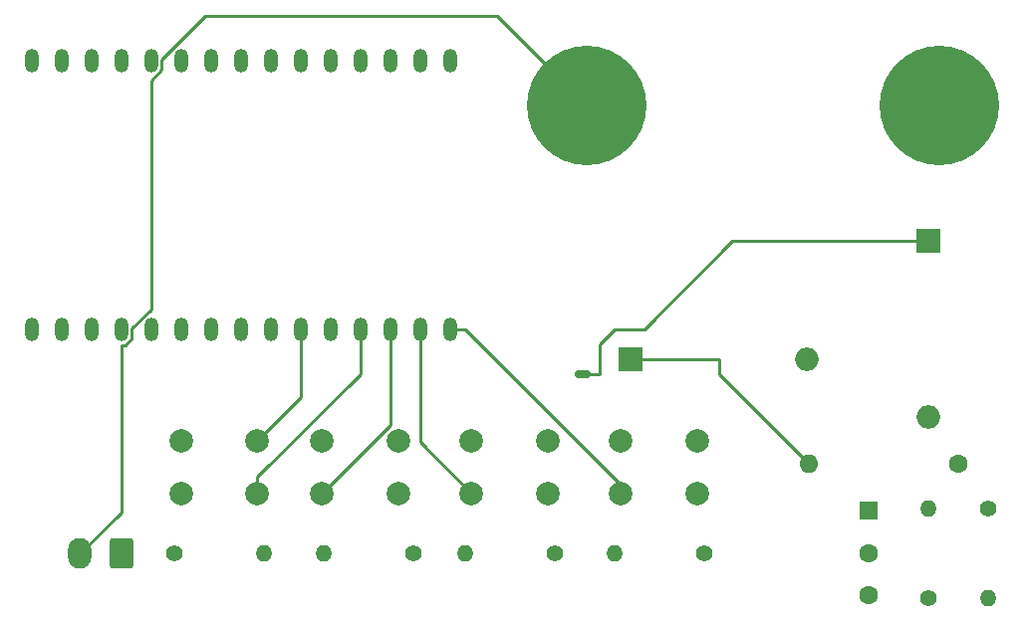
<source format=gbr>
%TF.GenerationSoftware,KiCad,Pcbnew,(6.0.7)*%
%TF.CreationDate,2023-01-15T16:16:41-05:00*%
%TF.ProjectId,timer,74696d65-722e-46b6-9963-61645f706362,rev?*%
%TF.SameCoordinates,Original*%
%TF.FileFunction,Copper,L2,Bot*%
%TF.FilePolarity,Positive*%
%FSLAX46Y46*%
G04 Gerber Fmt 4.6, Leading zero omitted, Abs format (unit mm)*
G04 Created by KiCad (PCBNEW (6.0.7)) date 2023-01-15 16:16:41*
%MOMM*%
%LPD*%
G01*
G04 APERTURE LIST*
G04 Aperture macros list*
%AMRoundRect*
0 Rectangle with rounded corners*
0 $1 Rounding radius*
0 $2 $3 $4 $5 $6 $7 $8 $9 X,Y pos of 4 corners*
0 Add a 4 corners polygon primitive as box body*
4,1,4,$2,$3,$4,$5,$6,$7,$8,$9,$2,$3,0*
0 Add four circle primitives for the rounded corners*
1,1,$1+$1,$2,$3*
1,1,$1+$1,$4,$5*
1,1,$1+$1,$6,$7*
1,1,$1+$1,$8,$9*
0 Add four rect primitives between the rounded corners*
20,1,$1+$1,$2,$3,$4,$5,0*
20,1,$1+$1,$4,$5,$6,$7,0*
20,1,$1+$1,$6,$7,$8,$9,0*
20,1,$1+$1,$8,$9,$2,$3,0*%
G04 Aperture macros list end*
%TA.AperFunction,ComponentPad*%
%ADD10RoundRect,0.250000X0.750000X1.050000X-0.750000X1.050000X-0.750000X-1.050000X0.750000X-1.050000X0*%
%TD*%
%TA.AperFunction,ComponentPad*%
%ADD11O,2.000000X2.600000*%
%TD*%
%TA.AperFunction,ComponentPad*%
%ADD12O,1.200000X2.000000*%
%TD*%
%TA.AperFunction,ComponentPad*%
%ADD13C,2.000000*%
%TD*%
%TA.AperFunction,SMDPad,CuDef*%
%ADD14RoundRect,0.150000X-0.512500X-0.150000X0.512500X-0.150000X0.512500X0.150000X-0.512500X0.150000X0*%
%TD*%
%TA.AperFunction,ComponentPad*%
%ADD15C,1.600000*%
%TD*%
%TA.AperFunction,ComponentPad*%
%ADD16O,1.600000X1.600000*%
%TD*%
%TA.AperFunction,ComponentPad*%
%ADD17R,2.000000X2.000000*%
%TD*%
%TA.AperFunction,ComponentPad*%
%ADD18O,2.000000X2.000000*%
%TD*%
%TA.AperFunction,ComponentPad*%
%ADD19C,10.160000*%
%TD*%
%TA.AperFunction,ComponentPad*%
%ADD20O,1.400000X1.400000*%
%TD*%
%TA.AperFunction,ComponentPad*%
%ADD21C,1.400000*%
%TD*%
%TA.AperFunction,ComponentPad*%
%ADD22RoundRect,0.250000X-0.550000X0.550000X-0.550000X-0.550000X0.550000X-0.550000X0.550000X0.550000X0*%
%TD*%
%TA.AperFunction,Conductor*%
%ADD23C,0.250000*%
%TD*%
G04 APERTURE END LIST*
D10*
%TO.P,LS1,1,1*%
%TO.N,Net-(LS1-Pad1)*%
X130480000Y-102540000D03*
D11*
%TO.P,LS1,2,2*%
%TO.N,Net-(BT1-Pad1)*%
X126980000Y-102540000D03*
%TD*%
D12*
%TO.P,v1,30,D0*%
%TO.N,Net-(R5-Pad2)*%
X158420000Y-83490000D03*
%TO.P,v1,29,D1*%
%TO.N,Net-(R3-Pad2)*%
X155880000Y-83490000D03*
%TO.P,v1,28,D2*%
%TO.N,Net-(R2-Pad2)*%
X153340000Y-83490000D03*
%TO.P,v1,27,D3*%
%TO.N,Net-(R1-Pad2)*%
X150800000Y-83490000D03*
%TO.P,v1,26,D4*%
%TO.N,Net-(R6-Pad2)*%
X148260000Y-83490000D03*
%TO.P,v1,25,3V3*%
%TO.N,Net-(SW1-Pad1)*%
X145720000Y-83490000D03*
%TO.P,v1,24,GND*%
%TO.N,Net-(BT1-Pad2)*%
X143180000Y-83490000D03*
%TO.P,v1,23,D5*%
%TO.N,unconnected-(v1-Pad23)*%
X140640000Y-83490000D03*
%TO.P,v1,22,D6*%
%TO.N,unconnected-(v1-Pad22)*%
X138100000Y-83490000D03*
%TO.P,v1,21,D7*%
%TO.N,unconnected-(v1-Pad21)*%
X135560000Y-83490000D03*
%TO.P,v1,20,D8*%
%TO.N,unconnected-(v1-Pad20)*%
X133020000Y-83490000D03*
%TO.P,v1,19,RX*%
%TO.N,unconnected-(v1-Pad19)*%
X130480000Y-83490000D03*
%TO.P,v1,18,TX*%
%TO.N,unconnected-(v1-Pad18)*%
X127940000Y-83490000D03*
%TO.P,v1,17,GND*%
%TO.N,unconnected-(v1-Pad17)*%
X125400000Y-83490000D03*
%TO.P,v1,16,3V3*%
%TO.N,unconnected-(v1-Pad16)*%
X122860000Y-83490000D03*
%TO.P,v1,15,VIN*%
%TO.N,unconnected-(v1-Pad15)*%
X122860000Y-60630000D03*
%TO.P,v1,14,GND*%
%TO.N,unconnected-(v1-Pad14)*%
X125400000Y-60630000D03*
%TO.P,v1,13,RST*%
%TO.N,unconnected-(v1-Pad13)*%
X127940000Y-60630000D03*
%TO.P,v1,12,EN*%
%TO.N,unconnected-(v1-Pad12)*%
X130480000Y-60630000D03*
%TO.P,v1,11,3V3*%
%TO.N,unconnected-(v1-Pad11)*%
X133020000Y-60630000D03*
%TO.P,v1,10,GND*%
%TO.N,unconnected-(v1-Pad10)*%
X135560000Y-60630000D03*
%TO.P,v1,9,SK*%
%TO.N,unconnected-(v1-Pad9)*%
X138100000Y-60630000D03*
%TO.P,v1,8,SO*%
%TO.N,unconnected-(v1-Pad8)*%
X140640000Y-60630000D03*
%TO.P,v1,7,SC*%
%TO.N,unconnected-(v1-Pad7)*%
X143180000Y-60630000D03*
%TO.P,v1,6,S1*%
%TO.N,unconnected-(v1-Pad6)*%
X145720000Y-60630000D03*
%TO.P,v1,5,S2*%
%TO.N,unconnected-(v1-Pad5)*%
X148260000Y-60630000D03*
%TO.P,v1,4,S3*%
%TO.N,unconnected-(v1-Pad4)*%
X150800000Y-60630000D03*
%TO.P,v1,3,VV*%
%TO.N,unconnected-(v1-Pad3)*%
X153340000Y-60630000D03*
%TO.P,v1,2,GND*%
%TO.N,unconnected-(v1-Pad2)*%
X155880000Y-60630000D03*
%TO.P,v1,1,A0*%
%TO.N,unconnected-(v1-Pad1)*%
X158420000Y-60630000D03*
%TD*%
D13*
%TO.P,SW2,2,2*%
%TO.N,Net-(R2-Pad2)*%
X154050000Y-97460000D03*
X147550000Y-97460000D03*
%TO.P,SW2,1,1*%
%TO.N,Net-(SW1-Pad1)*%
X154050000Y-92960000D03*
X147550000Y-92960000D03*
%TD*%
%TO.P,SW1,2,2*%
%TO.N,Net-(R1-Pad2)*%
X142060000Y-97460000D03*
X135560000Y-97460000D03*
%TO.P,SW1,1,1*%
%TO.N,Net-(SW1-Pad1)*%
X135560000Y-92960000D03*
X142060000Y-92960000D03*
%TD*%
D14*
%TO.P,U1,5,SW*%
%TO.N,Net-(U1-Pad5)*%
X169717500Y-87300000D03*
%TD*%
D15*
%TO.P,L1,1,1*%
%TO.N,Net-(U1-Pad6)*%
X201600000Y-94920000D03*
D16*
%TO.P,L1,2,2*%
%TO.N,Net-(U1-Pad1)*%
X188900000Y-94920000D03*
%TD*%
D17*
%TO.P,C2,1*%
%TO.N,Net-(U1-Pad1)*%
X173780000Y-86030000D03*
D18*
%TO.P,C2,2*%
%TO.N,Net-(BT1-Pad2)*%
X188780000Y-86030000D03*
%TD*%
%TO.P,C1,2*%
%TO.N,Net-(U1-Pad6)*%
X199060000Y-90990000D03*
D17*
%TO.P,C1,1*%
%TO.N,Net-(U1-Pad5)*%
X199060000Y-75990000D03*
%TD*%
D19*
%TO.P,BT1,1,+*%
%TO.N,Net-(BT1-Pad1)*%
X170090000Y-64440000D03*
%TO.P,BT1,2,-*%
%TO.N,Net-(BT1-Pad2)*%
X200060000Y-64440000D03*
%TD*%
D20*
%TO.P,R6,2*%
%TO.N,Net-(R6-Pad2)*%
X204140000Y-106350000D03*
D21*
%TO.P,R6,1*%
%TO.N,Net-(Q1-Pad1)*%
X204140000Y-98730000D03*
%TD*%
D20*
%TO.P,R4,2*%
%TO.N,Net-(Q1-Pad1)*%
X199060000Y-98730000D03*
D21*
%TO.P,R4,1*%
%TO.N,Net-(BT1-Pad2)*%
X199060000Y-106350000D03*
%TD*%
D20*
%TO.P,R3,2*%
%TO.N,Net-(R3-Pad2)*%
X159690000Y-102540000D03*
D21*
%TO.P,R3,1*%
%TO.N,Net-(BT1-Pad2)*%
X167310000Y-102540000D03*
%TD*%
D13*
%TO.P,SW3,1,1*%
%TO.N,Net-(R3-Pad2)*%
X166750000Y-97460000D03*
X160250000Y-97460000D03*
%TO.P,SW3,2,2*%
%TO.N,Net-(SW1-Pad1)*%
X166750000Y-92960000D03*
X160250000Y-92960000D03*
%TD*%
D15*
%TO.P,Q1,3,S*%
%TO.N,Net-(BT1-Pad2)*%
X193980000Y-106140000D03*
%TO.P,Q1,2,D*%
%TO.N,Net-(LS1-Pad1)*%
X193980000Y-102540000D03*
D22*
%TO.P,Q1,1,G*%
%TO.N,Net-(Q1-Pad1)*%
X193980000Y-98940000D03*
%TD*%
D13*
%TO.P,SW4,1,1*%
%TO.N,Net-(R5-Pad2)*%
X172950000Y-97460000D03*
X179450000Y-97460000D03*
%TO.P,SW4,2,2*%
%TO.N,Net-(SW1-Pad1)*%
X179450000Y-92960000D03*
X172950000Y-92960000D03*
%TD*%
D21*
%TO.P,R1,1*%
%TO.N,Net-(BT1-Pad2)*%
X135000000Y-102540000D03*
D20*
%TO.P,R1,2*%
%TO.N,Net-(R1-Pad2)*%
X142620000Y-102540000D03*
%TD*%
D21*
%TO.P,R2,1*%
%TO.N,Net-(BT1-Pad2)*%
X155320000Y-102540000D03*
D20*
%TO.P,R2,2*%
%TO.N,Net-(R2-Pad2)*%
X147700000Y-102540000D03*
%TD*%
D21*
%TO.P,R5,1*%
%TO.N,Net-(BT1-Pad2)*%
X180010000Y-102540000D03*
D20*
%TO.P,R5,2*%
%TO.N,Net-(R5-Pad2)*%
X172390000Y-102540000D03*
%TD*%
D23*
%TO.N,Net-(R5-Pad2)*%
X159690000Y-83490000D02*
X158420000Y-83490000D01*
%TO.N,Net-(U1-Pad5)*%
X172390000Y-83490000D02*
X171120000Y-84760000D01*
X174930000Y-83490000D02*
X172390000Y-83490000D01*
X182430000Y-75990000D02*
X174930000Y-83490000D01*
X171120000Y-84760000D02*
X171120000Y-87300000D01*
X171120000Y-87300000D02*
X169850000Y-87300000D01*
X199060000Y-75990000D02*
X182430000Y-75990000D01*
%TO.N,Net-(U1-Pad1)*%
X181280000Y-87300000D02*
X188900000Y-94920000D01*
X181280000Y-86030000D02*
X181280000Y-87300000D01*
X173780000Y-86030000D02*
X181280000Y-86030000D01*
%TO.N,Net-(BT1-Pad1)*%
X162470000Y-56820000D02*
X170090000Y-64440000D01*
X137661852Y-56820000D02*
X162470000Y-56820000D01*
X133945000Y-60536852D02*
X137661852Y-56820000D01*
X133945000Y-61413148D02*
X133945000Y-60536852D01*
X133020000Y-81781852D02*
X133020000Y-62338148D01*
X131405000Y-83396852D02*
X133020000Y-81781852D01*
X131405000Y-84273148D02*
X131405000Y-83396852D01*
X130863148Y-84815000D02*
X131405000Y-84273148D01*
X130480000Y-84815000D02*
X130863148Y-84815000D01*
X130480000Y-99040000D02*
X130480000Y-84815000D01*
X133020000Y-62338148D02*
X133945000Y-61413148D01*
X126980000Y-102540000D02*
X130480000Y-99040000D01*
%TO.N,Net-(R1-Pad2)*%
X150800000Y-87300000D02*
X150800000Y-83490000D01*
X142060000Y-96040000D02*
X150800000Y-87300000D01*
X142060000Y-97460000D02*
X142060000Y-96040000D01*
%TO.N,Net-(R5-Pad2)*%
X172950000Y-96750000D02*
X159690000Y-83490000D01*
X172950000Y-97460000D02*
X172950000Y-96750000D01*
%TO.N,Net-(R3-Pad2)*%
X155880000Y-93090000D02*
X155880000Y-83490000D01*
X160250000Y-97460000D02*
X155880000Y-93090000D01*
%TO.N,Net-(SW1-Pad1)*%
X145720000Y-89300000D02*
X142060000Y-92960000D01*
X145720000Y-83490000D02*
X145720000Y-89300000D01*
%TO.N,Net-(R2-Pad2)*%
X153340000Y-91670000D02*
X153340000Y-83490000D01*
X147550000Y-97460000D02*
X153340000Y-91670000D01*
%TD*%
M02*

</source>
